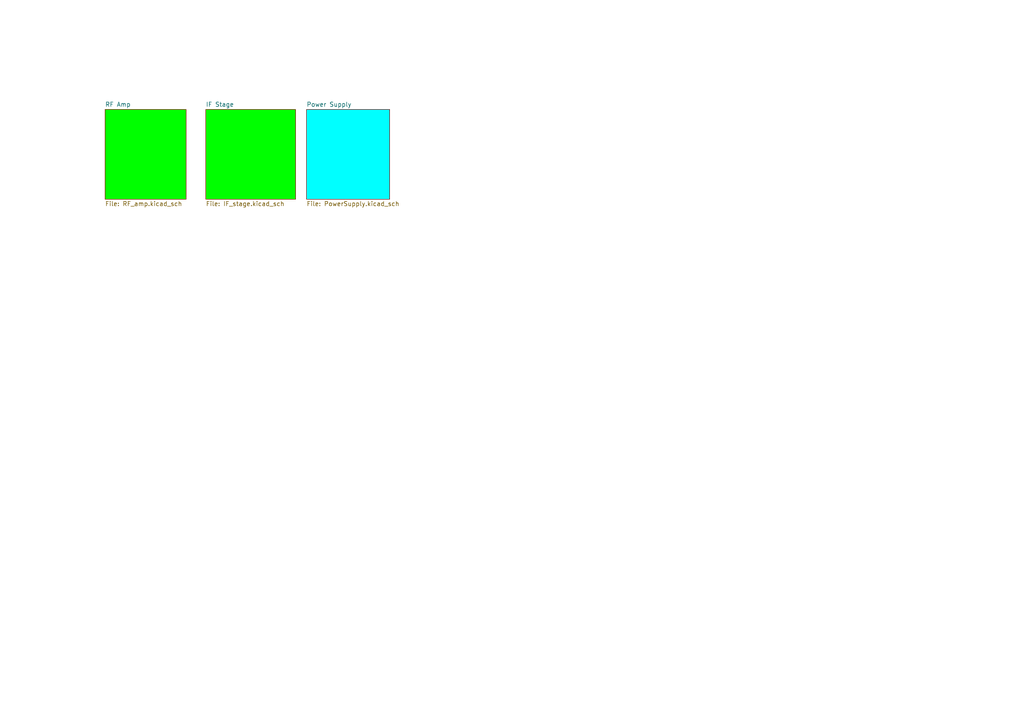
<source format=kicad_sch>
(kicad_sch (version 20211123) (generator eeschema)
  (paper "A4")
  (lib_symbols)
  (sheet (at 59.69 31.75) (size 26.035 26.035) (stroke (width 0.1524)) (fill (color 0 255 0 1.0000))
    (property "Sheet name" "IF Stage" (at 59.69 31.0384 0) (effects (justify left bottom)))
    (property "Sheet file" "IF_stage.kicad_sch" (at 59.69 58.3696 0) (effects (justify left top)))
  )
  (sheet (at 88.9 31.75) (size 24.13 26.035) (stroke (width 0.1524)) (fill (color 0 255 255 1.0000))
    (property "Sheet name" "Power Supply" (at 88.9 31.0384 0) (effects (justify left bottom)))
    (property "Sheet file" "PowerSupply.kicad_sch" (at 88.9 58.3696 0) (effects (justify left top)))
  )
  (sheet (at 30.48 31.75) (size 23.495 26.035) (stroke (width 0.1524)) (fill (color 0 255 0 1.0000))
    (property "Sheet name" "RF Amp" (at 30.48 31.0384 0) (effects (justify left bottom)))
    (property "Sheet file" "RF_amp.kicad_sch" (at 30.48 58.3696 0) (effects (justify left top)))
  )
)
</source>
